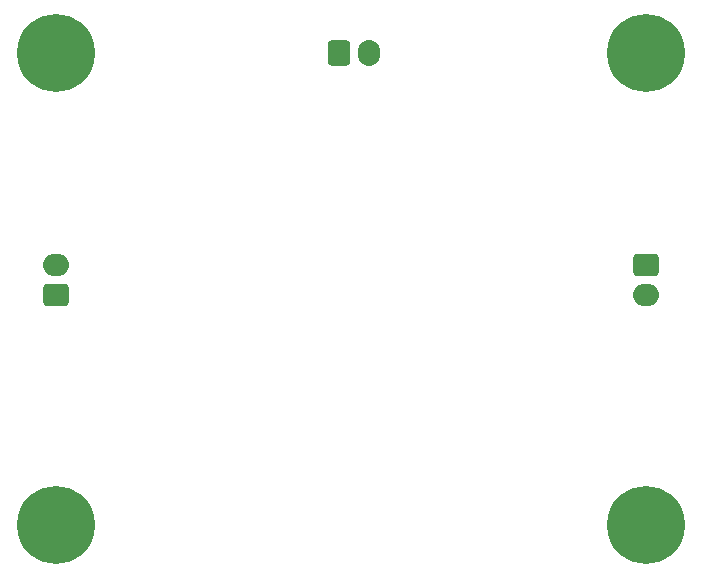
<source format=gbr>
%TF.GenerationSoftware,KiCad,Pcbnew,(6.0.11)*%
%TF.CreationDate,2023-02-16T17:01:17+01:00*%
%TF.ProjectId,uCKicad,75434b69-6361-4642-9e6b-696361645f70,rev?*%
%TF.SameCoordinates,Original*%
%TF.FileFunction,Soldermask,Bot*%
%TF.FilePolarity,Negative*%
%FSLAX46Y46*%
G04 Gerber Fmt 4.6, Leading zero omitted, Abs format (unit mm)*
G04 Created by KiCad (PCBNEW (6.0.11)) date 2023-02-16 17:01:17*
%MOMM*%
%LPD*%
G01*
G04 APERTURE LIST*
G04 Aperture macros list*
%AMRoundRect*
0 Rectangle with rounded corners*
0 $1 Rounding radius*
0 $2 $3 $4 $5 $6 $7 $8 $9 X,Y pos of 4 corners*
0 Add a 4 corners polygon primitive as box body*
4,1,4,$2,$3,$4,$5,$6,$7,$8,$9,$2,$3,0*
0 Add four circle primitives for the rounded corners*
1,1,$1+$1,$2,$3*
1,1,$1+$1,$4,$5*
1,1,$1+$1,$6,$7*
1,1,$1+$1,$8,$9*
0 Add four rect primitives between the rounded corners*
20,1,$1+$1,$2,$3,$4,$5,0*
20,1,$1+$1,$4,$5,$6,$7,0*
20,1,$1+$1,$6,$7,$8,$9,0*
20,1,$1+$1,$8,$9,$2,$3,0*%
G04 Aperture macros list end*
%ADD10C,6.600000*%
%ADD11RoundRect,0.350000X-0.750000X0.600000X-0.750000X-0.600000X0.750000X-0.600000X0.750000X0.600000X0*%
%ADD12O,2.200000X1.900000*%
%ADD13RoundRect,0.350000X-0.600000X-0.750000X0.600000X-0.750000X0.600000X0.750000X-0.600000X0.750000X0*%
%ADD14O,1.900000X2.200000*%
%ADD15RoundRect,0.350000X0.750000X-0.600000X0.750000X0.600000X-0.750000X0.600000X-0.750000X-0.600000X0*%
G04 APERTURE END LIST*
D10*
%TO.C,H1*%
X90000000Y-80000000D03*
%TD*%
D11*
%TO.C,J3*%
X140000000Y-98000000D03*
D12*
X140000000Y-100500000D03*
%TD*%
D10*
%TO.C,H4*%
X140000000Y-80000000D03*
%TD*%
D13*
%TO.C,J4*%
X114000000Y-80000000D03*
D14*
X116500000Y-80000000D03*
%TD*%
D15*
%TO.C,J2*%
X90000000Y-100500000D03*
D12*
X90000000Y-98000000D03*
%TD*%
D10*
%TO.C,H2*%
X90000000Y-120000000D03*
%TD*%
%TO.C,H3*%
X140000000Y-120000000D03*
%TD*%
M02*

</source>
